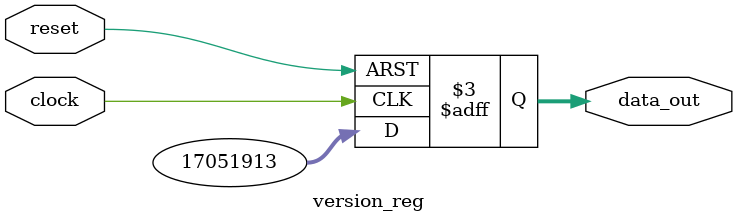
<source format=v>
module version_reg (clock, reset, data_out);
    input clock;
    input reset;
    output [31:0] data_out;
    reg [31:0] data_out;
    always @ (posedge clock or negedge reset) begin
        if (!reset)
            data_out <= 32'h0000000;
        else
            data_out <= 32'h1043109;
    end
endmodule

</source>
